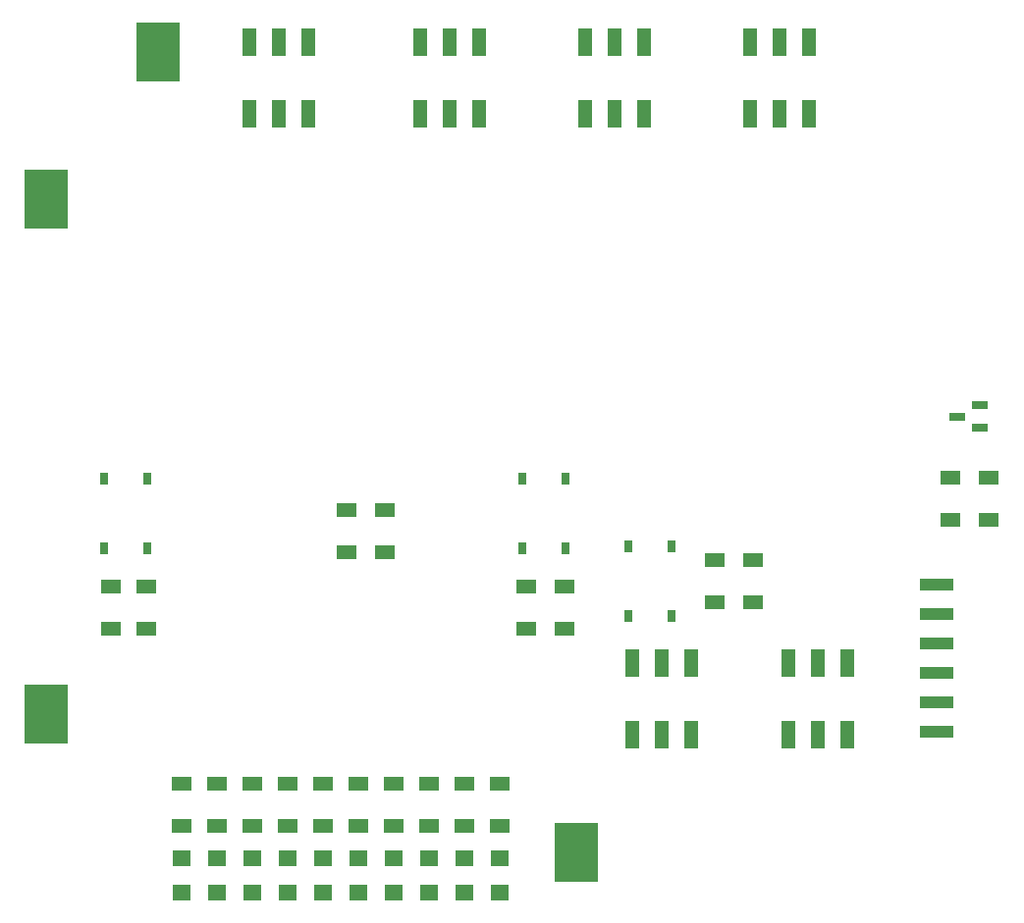
<source format=gbr>
G04 EAGLE Gerber RS-274X export*
G75*
%MOMM*%
%FSLAX34Y34*%
%LPD*%
%INSolderpaste Top*%
%IPPOS*%
%AMOC8*
5,1,8,0,0,1.08239X$1,22.5*%
G01*
%ADD10R,1.147000X2.408000*%
%ADD11R,3.810000X5.080000*%
%ADD12R,1.397000X0.635000*%
%ADD13R,3.000000X1.000000*%
%ADD14R,1.800000X1.300000*%
%ADD15R,1.600000X1.400000*%
%ADD16R,0.700000X1.000000*%


D10*
X657860Y878280D03*
X657860Y940360D03*
X683260Y878280D03*
X683260Y940360D03*
X708660Y878280D03*
X708660Y940360D03*
X510540Y878280D03*
X510540Y940360D03*
X535940Y878280D03*
X535940Y940360D03*
X561340Y878280D03*
X561340Y940360D03*
X800100Y878280D03*
X800100Y940360D03*
X825500Y878280D03*
X825500Y940360D03*
X850900Y878280D03*
X850900Y940360D03*
X1026160Y404420D03*
X1026160Y342340D03*
X1000760Y404420D03*
X1000760Y342340D03*
X975360Y404420D03*
X975360Y342340D03*
X942340Y878280D03*
X942340Y940360D03*
X967740Y878280D03*
X967740Y940360D03*
X993140Y878280D03*
X993140Y940360D03*
D11*
X335280Y360680D03*
X335280Y805180D03*
D12*
X1140100Y607720D03*
X1140100Y626720D03*
X1120500Y617220D03*
D13*
X1103160Y421640D03*
X1103160Y447040D03*
X1103160Y472440D03*
X1103160Y396240D03*
X1103160Y370840D03*
X1103160Y345440D03*
D14*
X1115060Y564600D03*
X1115060Y527600D03*
X1148080Y527600D03*
X1148080Y564600D03*
D15*
X482600Y235980D03*
X482600Y205980D03*
X513080Y235980D03*
X513080Y205980D03*
X543560Y235980D03*
X543560Y205980D03*
X574040Y235980D03*
X574040Y205980D03*
X604520Y235980D03*
X604520Y205980D03*
X635000Y235980D03*
X635000Y205980D03*
D14*
X482600Y300440D03*
X482600Y263440D03*
X513080Y300440D03*
X513080Y263440D03*
X543560Y300440D03*
X543560Y263440D03*
X574040Y300440D03*
X574040Y263440D03*
X604520Y300440D03*
X604520Y263440D03*
X635000Y300440D03*
X635000Y263440D03*
D15*
X452120Y235980D03*
X452120Y205980D03*
D14*
X452120Y300440D03*
X452120Y263440D03*
D15*
X665480Y235980D03*
X665480Y205980D03*
X695960Y235980D03*
X695960Y205980D03*
X726440Y235980D03*
X726440Y205980D03*
D14*
X665480Y300440D03*
X665480Y263440D03*
X695960Y300440D03*
X695960Y263440D03*
X726440Y300440D03*
X726440Y263440D03*
D16*
X385360Y503400D03*
X422360Y503400D03*
X385360Y563400D03*
X422360Y563400D03*
D14*
X391160Y433620D03*
X391160Y470620D03*
X421640Y433620D03*
X421640Y470620D03*
D11*
X431800Y932180D03*
X792480Y241300D03*
D16*
X746040Y503400D03*
X783040Y503400D03*
X746040Y563400D03*
X783040Y563400D03*
D14*
X749300Y433620D03*
X749300Y470620D03*
X782320Y433620D03*
X782320Y470620D03*
D16*
X837480Y444980D03*
X874480Y444980D03*
X837480Y504980D03*
X874480Y504980D03*
D14*
X944880Y456480D03*
X944880Y493480D03*
X911860Y456480D03*
X911860Y493480D03*
X627380Y499660D03*
X627380Y536660D03*
X594360Y499660D03*
X594360Y536660D03*
D10*
X891540Y404420D03*
X891540Y342340D03*
X866140Y404420D03*
X866140Y342340D03*
X840740Y404420D03*
X840740Y342340D03*
M02*

</source>
